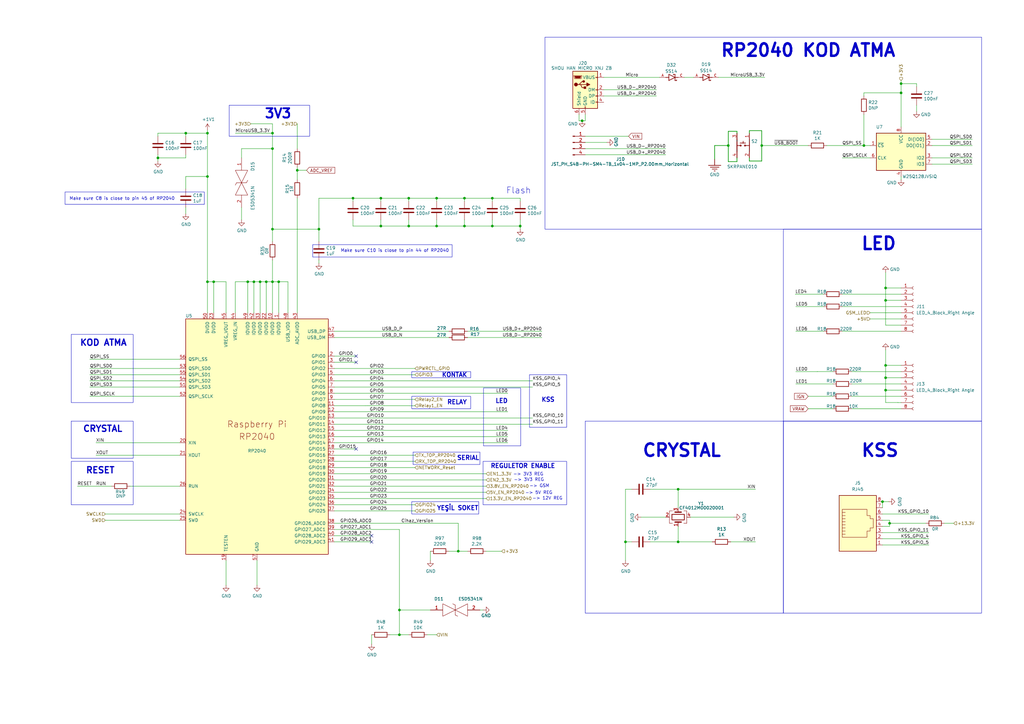
<source format=kicad_sch>
(kicad_sch (version 20231120) (generator "eeschema") (generator_version "8.0")
  (paper "A3")
  (junction (at 121.92 69.85))
  (junction (at 64.77 64.77))
  (junction (at 361.95 205.74))
  (junction (at 163.83 260.35))
  (junction (at 190.5 81.28))
  (junction (at 111.76 115.57))
  (junction (at 363.22 160.0113))
  (junction (at 85.09 115.57))
  (junction (at 190.5 92.71))
  (junction (at 163.83 250.19))
  (junction (at 85.09 72.39))
  (junction (at 363.22 154.9313))
  (junction (at 114.3 115.57))
  (junction (at 312.42 59.69))
  (junction (at 104.14 115.57))
  (junction (at 106.68 115.57))
  (junction (at 85.09 54.61))
  (junction (at 256.54 222.25))
  (junction (at 298.704 59.69))
  (junction (at 101.6 115.57))
  (junction (at 278.13 222.25))
  (junction (at 179.07 92.71))
  (junction (at 111.76 60.96))
  (junction (at 238.76 49.53))
  (junction (at 144.78 81.28))
  (junction (at 364.8539 214.63))
  (junction (at 187.96 226.06))
  (junction (at 167.64 81.28))
  (junction (at 354.33 59.69))
  (junction (at 76.2 54.61))
  (junction (at 111.76 54.61))
  (junction (at 109.22 115.57))
  (junction (at 201.93 92.71))
  (junction (at 363.22 149.86))
  (junction (at 201.93 81.28))
  (junction (at 179.07 81.28))
  (junction (at 87.63 115.57))
  (junction (at 156.21 81.28))
  (junction (at 167.64 92.71))
  (junction (at 278.13 200.66))
  (junction (at 369.57 38.1))
  (junction (at 369.57 34.29))
  (junction (at 111.76 93.98))
  (junction (at 213.36 92.71))
  (junction (at 156.21 92.71))
  (junction (at 363.22 118.11))
  (junction (at 130.81 93.98))
  (junction (at 363.22 123.19))
  (no_connect (at 152.4 222.25))
  (no_connect (at 146.05 184.15))
  (no_connect (at 146.05 146.05))
  (no_connect (at 152.4 219.71))
  (no_connect (at 146.05 148.59))
  (wire (pts (xy 36.83 147.32) (xy 73.66 147.32)))
  (wire (pts (xy 121.92 81.28) (xy 121.92 128.27)))
  (wire (pts (xy 39.37 181.61) (xy 73.66 181.61)))
  (wire (pts (xy 43.18 213.36) (xy 73.66 213.36)))
  (wire (pts (xy 201.93 92.71) (xy 213.36 92.71)))
  (wire (pts (xy 76.2 72.39) (xy 85.09 72.39)))
  (wire (pts (xy 137.16 171.45) (xy 218.44 171.45)))
  (wire (pts (xy 205.74 226.06) (xy 199.39 226.06)))
  (wire (pts (xy 201.93 81.28) (xy 213.36 81.28)))
  (wire (pts (xy 102.87 50.8) (xy 111.76 50.8)))
  (wire (pts (xy 111.76 115.57) (xy 114.3 115.57)))
  (wire (pts (xy 313.69 31.75) (xy 294.64 31.75)))
  (wire (pts (xy 190.5 81.28) (xy 201.93 81.28)))
  (wire (pts (xy 363.22 111.76) (xy 363.22 118.11)))
  (wire (pts (xy 111.76 50.8) (xy 111.76 54.61)))
  (wire (pts (xy 137.16 156.21) (xy 218.44 156.21)))
  (wire (pts (xy 137.16 194.31) (xy 199.39 194.31)))
  (wire (pts (xy 363.22 123.19) (xy 369.57 123.19)))
  (wire (pts (xy 190.5 92.71) (xy 179.07 92.71)))
  (wire (pts (xy 278.13 222.25) (xy 292.1 222.25)))
  (wire (pts (xy 201.93 82.55) (xy 201.93 81.28)))
  (wire (pts (xy 96.52 115.57) (xy 101.6 115.57)))
  (wire (pts (xy 137.16 196.85) (xy 199.39 196.85)))
  (wire (pts (xy 156.21 81.28) (xy 167.64 81.28)))
  (wire (pts (xy 64.77 63.5) (xy 64.77 64.77)))
  (wire (pts (xy 187.96 214.63) (xy 187.96 226.06)))
  (wire (pts (xy 368.3 165.1) (xy 369.57 165.1)))
  (wire (pts (xy 105.41 229.87) (xy 105.41 240.03)))
  (wire (pts (xy 361.95 205.74) (xy 361.95 208.28)))
  (wire (pts (xy 349.2599 152.3936) (xy 350.7234 152.3936)))
  (wire (pts (xy 266.7 200.66) (xy 278.13 200.66)))
  (wire (pts (xy 312.42 59.69) (xy 331.47 59.69)))
  (wire (pts (xy 130.81 81.28) (xy 130.81 93.98)))
  (wire (pts (xy 237.49 46.99) (xy 237.49 49.53)))
  (wire (pts (xy 356.87 128.27) (xy 369.57 128.27)))
  (wire (pts (xy 299.72 222.25) (xy 309.88 222.25)))
  (wire (pts (xy 331.47 162.56) (xy 341.63 162.56)))
  (wire (pts (xy 137.16 214.63) (xy 187.96 214.63)))
  (wire (pts (xy 104.14 115.57) (xy 106.68 115.57)))
  (wire (pts (xy 99.06 90.17) (xy 99.06 85.09)))
  (wire (pts (xy 167.64 81.28) (xy 179.07 81.28)))
  (wire (pts (xy 280.67 31.75) (xy 284.48 31.75)))
  (wire (pts (xy 307.34 53.594) (xy 307.34 54.61)) (stroke (width 0.254)))
  (wire (pts (xy 335.28 152.4) (xy 335.28 152.3936)))
  (wire (pts (xy 76.2 72.39) (xy 76.2 77.47)))
  (wire (pts (xy 259.08 200.66) (xy 256.54 200.66)))
  (wire (pts (xy 278.13 215.9) (xy 278.13 222.25)))
  (wire (pts (xy 36.83 162.56) (xy 73.66 162.56)))
  (wire (pts (xy 361.95 223.52) (xy 381 223.52)))
  (wire (pts (xy 300.99 212.09) (xy 283.21 212.09)))
  (wire (pts (xy 36.83 158.75) (xy 73.66 158.75)))
  (wire (pts (xy 213.36 90.17) (xy 213.36 92.71)))
  (wire (pts (xy 109.22 128.27) (xy 109.22 115.57)))
  (wire (pts (xy 137.16 201.93) (xy 199.39 201.93)))
  (wire (pts (xy 190.5 82.55) (xy 190.5 81.28)))
  (wire (pts (xy 326.39 125.73) (xy 337.82 125.73)))
  (wire (pts (xy 257.81 55.88) (xy 240.03 55.88)))
  (wire (pts (xy 156.21 92.71) (xy 144.78 92.71)))
  (wire (pts (xy 121.92 60.96) (xy 121.92 50.8)))
  (wire (pts (xy 363.22 133.35) (xy 369.57 133.35)))
  (wire (pts (xy 111.76 93.98) (xy 111.76 99.06)))
  (wire (pts (xy 121.92 69.85) (xy 125.73 69.85)))
  (wire (pts (xy 99.06 60.96) (xy 99.06 64.77)))
  (wire (pts (xy 121.92 69.85) (xy 121.92 68.58)))
  (wire (pts (xy 345.44 120.65) (xy 369.57 120.65)))
  (wire (pts (xy 176.53 229.87) (xy 176.53 226.06)))
  (wire (pts (xy 326.136 120.65) (xy 337.82 120.65)))
  (wire (pts (xy 76.2 55.88) (xy 76.2 54.61)))
  (wire (pts (xy 87.63 115.57) (xy 85.09 115.57)))
  (wire (pts (xy 156.21 90.17) (xy 156.21 92.71)))
  (wire (pts (xy 382.27 67.31) (xy 398.78 67.31)))
  (wire (pts (xy 213.36 92.71) (xy 213.36 93.98)))
  (wire (pts (xy 137.16 158.75) (xy 218.44 158.75)))
  (wire (pts (xy 144.78 81.28) (xy 156.21 81.28)))
  (wire (pts (xy 85.09 115.57) (xy 85.09 128.27)))
  (wire (pts (xy 350.7234 152.4) (xy 369.57 152.4)))
  (wire (pts (xy 137.16 204.47) (xy 199.39 204.47)))
  (wire (pts (xy 190.5 90.17) (xy 190.5 92.71)))
  (wire (pts (xy 118.11 128.27) (xy 118.11 115.57)))
  (wire (pts (xy 144.78 81.28) (xy 130.81 81.28)))
  (wire (pts (xy 179.07 82.55) (xy 179.07 81.28)))
  (wire (pts (xy 213.36 82.55) (xy 213.36 81.28)))
  (wire (pts (xy 363.22 118.11) (xy 369.57 118.11)))
  (wire (pts (xy 130.81 106.68) (xy 130.81 107.95)))
  (wire (pts (xy 312.42 59.69) (xy 312.42 66.04)) (stroke (width 0.254)))
  (wire (pts (xy 335.28 152.3936) (xy 341.6399 152.3936)))
  (wire (pts (xy 363.22 160.0113) (xy 369.57 160.0113)))
  (wire (pts (xy 87.63 128.27) (xy 87.63 115.57)))
  (wire (pts (xy 137.16 138.43) (xy 184.15 138.43)))
  (wire (pts (xy 238.76 49.53) (xy 240.03 49.53)))
  (wire (pts (xy 137.16 186.69) (xy 170.18 186.69)))
  (wire (pts (xy 259.08 222.25) (xy 256.54 222.25)))
  (wire (pts (xy 157.48 166.37) (xy 157.48 166.3628)))
  (wire (pts (xy 137.16 148.59) (xy 146.05 148.59)))
  (wire (pts (xy 369.57 154.9313) (xy 369.57 154.94)))
  (wire (pts (xy 111.76 106.68) (xy 111.76 115.57)))
  (wire (pts (xy 179.07 260.35) (xy 175.26 260.35)))
  (wire (pts (xy 137.16 146.05) (xy 146.05 146.05)))
  (wire (pts (xy 92.71 128.27) (xy 92.71 115.57)))
  (wire (pts (xy 111.76 93.98) (xy 130.81 93.98)))
  (wire (pts (xy 201.93 90.17) (xy 201.93 92.71)))
  (wire (pts (xy 256.54 222.25) (xy 256.54 229.87)))
  (wire (pts (xy 368.3 165.0913) (xy 368.3 165.1)))
  (wire (pts (xy 354.33 38.1) (xy 369.57 38.1)))
  (wire (pts (xy 312.42 53.594) (xy 307.34 53.594)) (stroke (width 0.254)))
  (wire (pts (xy 137.16 168.91) (xy 208.28 168.91)))
  (wire (pts (xy 354.33 46.99) (xy 354.33 59.69)))
  (wire (pts (xy 363.22 165.0913) (xy 368.3 165.0913)))
  (wire (pts (xy 96.52 54.61) (xy 111.76 54.61)))
  (wire (pts (xy 160.02 260.35) (xy 163.83 260.35)))
  (wire (pts (xy 262.89 212.09) (xy 273.05 212.09)))
  (wire (pts (xy 114.3 115.57) (xy 114.3 128.27)))
  (wire (pts (xy 339.09 59.69) (xy 354.33 59.69)))
  (wire (pts (xy 363.22 154.9313) (xy 363.22 160.0113)))
  (wire (pts (xy 39.37 186.69) (xy 73.66 186.69)))
  (wire (pts (xy 326.39 152.4) (xy 335.28 152.4)))
  (wire (pts (xy 114.3 115.57) (xy 118.11 115.57)))
  (wire (pts (xy 36.83 156.21) (xy 73.66 156.21)))
  (wire (pts (xy 331.47 167.64) (xy 341.63 167.64)))
  (wire (pts (xy 85.09 54.61) (xy 85.09 72.39)))
  (wire (pts (xy 363.22 154.9313) (xy 369.57 154.9313)))
  (wire (pts (xy 379.73 214.63) (xy 364.8539 214.63)))
  (wire (pts (xy 121.92 69.85) (xy 121.92 73.66)))
  (wire (pts (xy 187.96 226.06) (xy 191.77 226.06)))
  (wire (pts (xy 96.52 128.27) (xy 96.52 115.57)))
  (wire (pts (xy 85.09 53.34) (xy 85.09 54.61)))
  (wire (pts (xy 363.22 123.19) (xy 363.22 133.35)))
  (wire (pts (xy 198.12 250.19) (xy 196.85 250.19)))
  (wire (pts (xy 137.16 163.83) (xy 170.18 163.83)))
  (wire (pts (xy 64.77 64.77) (xy 64.77 66.04)))
  (wire (pts (xy 111.76 60.96) (xy 111.76 93.98)))
  (wire (pts (xy 364.8539 215.9) (xy 361.95 215.9)))
  (wire (pts (xy 240.03 58.42) (xy 248.92 58.42)))
  (wire (pts (xy 278.13 200.66) (xy 278.13 208.28)))
  (wire (pts (xy 92.71 229.87) (xy 92.71 240.03)))
  (wire (pts (xy 137.16 191.77) (xy 170.18 191.77)))
  (wire (pts (xy 349.25 162.56) (xy 369.57 162.56)))
  (wire (pts (xy 137.16 199.39) (xy 199.39 199.39)))
  (wire (pts (xy 137.16 207.01) (xy 170.18 207.01)))
  (wire (pts (xy 298.704 59.69) (xy 298.704 66.294)) (stroke (width 0.254)))
  (wire (pts (xy 163.83 250.19) (xy 163.83 260.35)))
  (wire (pts (xy 293.116 59.69) (xy 298.704 59.69)) (stroke (width 0.254)))
  (wire (pts (xy 184.15 226.06) (xy 187.96 226.06)))
  (wire (pts (xy 144.78 90.17) (xy 144.78 92.71)))
  (wire (pts (xy 156.21 82.55) (xy 156.21 81.28)))
  (wire (pts (xy 326.39 135.89) (xy 337.82 135.89)))
  (wire (pts (xy 152.4 264.16) (xy 152.4 260.35)))
  (wire (pts (xy 369.57 38.1) (xy 369.57 52.07)))
  (wire (pts (xy 364.8539 213.359) (xy 364.8539 214.63)))
  (wire (pts (xy 266.7 222.25) (xy 278.13 222.25)))
  (wire (pts (xy 137.16 179.07) (xy 208.28 179.07)))
  (wire (pts (xy 137.16 219.71) (xy 152.4 219.71)))
  (wire (pts (xy 361.95 213.359) (xy 361.95 213.36)))
  (wire (pts (xy 364.8539 214.63) (xy 364.8539 215.9)))
  (wire (pts (xy 137.16 189.23) (xy 170.18 189.23)))
  (wire (pts (xy 256.54 200.66) (xy 256.54 222.25)))
  (wire (pts (xy 201.93 92.71) (xy 190.5 92.71)))
  (wire (pts (xy 240.03 46.99) (xy 240.03 49.53)))
  (wire (pts (xy 53.34 199.39) (xy 73.66 199.39)))
  (wire (pts (xy 109.22 115.57) (xy 111.76 115.57)))
  (wire (pts (xy 76.2 54.61) (xy 85.09 54.61)))
  (wire (pts (xy 364.8539 213.359) (xy 361.95 213.359)))
  (wire (pts (xy 361.95 220.98) (xy 381 220.98)))
  (wire (pts (xy 354.33 39.37) (xy 354.33 38.1)))
  (wire (pts (xy 137.16 181.61) (xy 208.28 181.61)))
  (wire (pts (xy 382.27 59.69) (xy 398.78 59.69)))
  (wire (pts (xy 137.16 209.55) (xy 170.18 209.55)))
  (wire (pts (xy 312.42 53.594) (xy 312.42 59.69)) (stroke (width 0.254)))
  (wire (pts (xy 106.68 128.27) (xy 106.68 115.57)))
  (wire (pts (xy 363.22 118.11) (xy 363.22 123.19)))
  (wire (pts (xy 191.77 135.89) (xy 222.25 135.89)))
  (wire (pts (xy 375.92 43.18) (xy 375.92 45.72)))
  (wire (pts (xy 382.27 57.15) (xy 398.78 57.15)))
  (wire (pts (xy 36.83 153.67) (xy 73.66 153.67)))
  (wire (pts (xy 391.16 214.63) (xy 387.35 214.63)))
  (wire (pts (xy 298.704 59.69) (xy 298.704 53.848)) (stroke (width 0.254)))
  (wire (pts (xy 363.22 160.0113) (xy 363.22 165.0913)))
  (wire (pts (xy 302.26 53.848) (xy 302.26 54.61)) (stroke (width 0.254)))
  (wire (pts (xy 99.06 60.96) (xy 111.76 60.96)))
  (wire (pts (xy 144.78 82.55) (xy 144.78 81.28)))
  (wire (pts (xy 364.49 205.74) (xy 361.95 205.74)))
  (wire (pts (xy 326.39 157.48) (xy 341.7181 157.48)))
  (wire (pts (xy 149.86 166.37) (xy 157.48 166.3628)))
  (wire (pts (xy 137.16 173.99) (xy 218.44 173.99)))
  (wire (pts (xy 167.64 92.71) (xy 156.21 92.71)))
  (wire (pts (xy 64.77 54.61) (xy 76.2 54.61)))
  (wire (pts (xy 167.64 90.17) (xy 167.64 92.71)))
  (wire (pts (xy 356.87 130.81) (xy 369.57 130.81)))
  (wire (pts (xy 137.16 153.67) (xy 170.18 153.67)))
  (wire (pts (xy 64.77 64.77) (xy 76.2 64.77)))
  (wire (pts (xy 101.6 128.27) (xy 101.6 115.57)))
  (wire (pts (xy 369.57 160.0113) (xy 369.57 160.02)))
  (wire (pts (xy 104.14 128.27) (xy 104.14 115.57)))
  (wire (pts (xy 273.05 63.5) (xy 240.03 63.5)))
  (wire (pts (xy 43.18 210.82) (xy 73.66 210.82)))
  (wire (pts (xy 137.16 222.25) (xy 152.4 222.25)))
  (wire (pts (xy 31.75 199.39) (xy 45.72 199.39)))
  (wire (pts (xy 369.57 34.29) (xy 369.57 38.1)))
  (wire (pts (xy 92.71 115.57) (xy 87.63 115.57)))
  (wire (pts (xy 381 218.44) (xy 361.95 218.44)))
  (wire (pts (xy 293.116 65.278) (xy 293.116 59.69)) (stroke (width 0.254)))
  (wire (pts (xy 381 210.82) (xy 361.95 210.82)))
  (wire (pts (xy 179.07 92.71) (xy 167.64 92.71)))
  (wire (pts (xy 76.2 64.77) (xy 76.2 63.5)))
  (wire (pts (xy 345.44 125.73) (xy 369.57 125.73)))
  (wire (pts (xy 369.57 33.02) (xy 369.57 34.29)))
  (wire (pts (xy 345.44 64.77) (xy 356.87 64.77)))
  (wire (pts (xy 149.86 166.37) (xy 137.16 166.37)))
  (wire (pts (xy 163.83 217.17) (xy 137.16 217.17)))
  (wire (pts (xy 157.48 166.37) (xy 170.1618 166.37)))
  (wire (pts (xy 163.83 217.17) (xy 163.83 250.19)))
  (wire (pts (xy 354.33 59.69) (xy 356.87 59.69)))
  (wire (pts (xy 369.57 72.39) (xy 369.57 73.66)))
  (wire (pts (xy 375.92 35.56) (xy 375.92 34.29)))
  (wire (pts (xy 350.7234 152.3936) (xy 350.7234 152.4)))
  (wire (pts (xy 36.83 151.13) (xy 73.66 151.13)))
  (wire (pts (xy 237.49 49.53) (xy 238.76 49.53)))
  (wire (pts (xy 163.83 260.35) (xy 167.64 260.35)))
  (wire (pts (xy 76.2 85.09) (xy 76.2 87.63)))
  (wire (pts (xy 345.44 135.89) (xy 369.57 135.89)))
  (wire (pts (xy 363.22 143.51) (xy 363.22 149.86)))
  (wire (pts (xy 111.76 115.57) (xy 111.76 128.27)))
  (wire (pts (xy 278.13 200.66) (xy 309.88 200.66)))
  (wire (pts (xy 269.24 36.83) (xy 247.65 36.83)))
  (wire (pts (xy 382.27 64.77) (xy 398.78 64.77)))
  (wire (pts (xy 176.53 250.19) (xy 163.83 250.19)))
  (wire (pts (xy 312.42 66.04) (xy 307.34 66.04)) (stroke (width 0.254)))
  (wire (pts (xy 191.77 138.43) (xy 222.25 138.43)))
  (wire (pts (xy 307.34 66.04) (xy 307.34 64.77)) (stroke (width 0.254)))
  (wire (pts (xy 349.25 167.64) (xy 369.57 167.64)))
  (wire (pts (xy 179.07 81.28) (xy 190.5 81.28)))
  (wire (pts (xy 101.6 115.57) (xy 104.14 115.57)))
  (wire (pts (xy 106.68 115.57) (xy 109.22 115.57)))
  (wire (pts (xy 363.22 149.86) (xy 363.22 154.9313)))
  (wire (pts (xy 273.05 60.96) (xy 240.03 60.96)))
  (wire (pts (xy 375.92 34.29) (xy 369.57 34.29)))
  (wire (pts (xy 269.24 39.37) (xy 247.65 39.37)))
  (wire (pts (xy 167.64 82.55) (xy 167.64 81.28)))
  (wire (pts (xy 302.26 66.294) (xy 302.26 64.77)) (stroke (width 0.254)))
  (wire (pts (xy 363.22 149.86) (xy 369.57 149.86)))
  (wire (pts (xy 130.81 93.98) (xy 130.81 99.06)))
  (wire (pts (xy 137.16 135.89) (xy 184.15 135.89)))
  (wire (pts (xy 137.16 161.29) (xy 208.28 161.29)))
  (wire (pts (xy 111.76 54.61) (xy 111.76 60.96)))
  (wire (pts (xy 170.1618 166.37) (xy 170.1618 166.3628)))
  (wire (pts (xy 298.704 66.294) (xy 302.26 66.294)) (stroke (width 0.254)))
  (wire (pts (xy 349.3381 157.48) (xy 369.57 157.48)))
  (wire (pts (xy 137.16 184.15) (xy 146.05 184.15)))
  (wire (pts (xy 179.07 90.17) (xy 179.07 92.71)))
  (wire (pts (xy 64.77 55.88) (xy 64.77 54.61)))
  (wire (pts (xy 85.09 72.39) (xy 85.09 115.57)))
  (wire (pts (xy 298.704 53.848) (xy 302.26 53.848)) (stroke (width 0.254)))
  (wire (pts (xy 270.51 31.75) (xy 247.65 31.75)))
  (wire (pts (xy 137.16 176.53) (xy 208.28 176.53)))
  (wire (pts (xy 137.16 151.13) (xy 170.18 151.13)))
  (rectangle (start 128.27 100.33) (end 185.42 105.41))
  (rectangle (start 26.67 78.74) (end 83.82 83.82))
  (rectangle (start 29.21 189.23) (end 54.61 207.01))
  (rectangle (start 168.91 205.74) (end 196.342 210.82))
  (rectangle (start 217.17 153.67) (end 232.41 175.26))
  (rectangle (start 198.12 189.23) (end 232.41 207.01))
  (rectangle (start 240.03 172.72) (end 321.31 251.46))
  (rectangle (start 29.21 172.72) (end 54.61 187.96))
  (rectangle (start 321.31 93.98) (end 402.59 172.72))
  (rectangle (start 198.3109 159.1254) (end 213.5509 182.88))
  (rectangle (start 168.91 152.4) (end 193.04 154.94))
  (rectangle (start 93.98 43.18) (end 127 55.88))
  (rectangle (start 168.91 162.56) (end 193.04 167.64))
  (rectangle (start 223.52 15.24) (end 402.59 93.98))
  (rectangle (start 29.21 137.16) (end 54.61 165.1))
  (rectangle (start 169.418 185.42) (end 196.85 190.5))
  (rectangle (start 321.31 172.72) (end 402.59 251.46))
  (text "KONTAK" (at 186.436 153.924 0) (effects (font (size 1.778 1.778) (bold yes))))
  (text "KOD ATMA" (at 42.418 140.716 0) (effects (font (size 2.54 2.54) (bold yes))))
  (text "LED" (at 205.74 164.592 0) (effects (font (size 1.778 1.778) (bold yes))))
  (text "YEŞİL SOKET" (at 187.706 208.534 0) (effects (font (size 1.778 1.778) (bold yes))))
  (text "Make sure C8 is close to pin 45 of RP2040" (at 28.448 82.296 0) (effects (font (size 1.27 1.27)) (justify left bottom)))
  (text "-> 12V REG" (at 224.536 204.47 0) (effects (font (size 1.27 1.27))))
  (text "Make sure C10 is close to pin 44 of RP2040" (at 139.7 103.632 0) (effects (font (size 1.27 1.27)) (justify left bottom)))
  (text "CRYSTAL" (at 42.164 176.022 0) (effects (font (size 2.54 2.54) (bold yes))))
  (text "KSS" (at 224.79 164.084 0) (effects (font (size 1.778 1.778) (bold yes))))
  (text "KSS" (at 360.934 184.912 0) (effects (font (size 5.08 5.08) (bold yes))))
  (text "Flash" (at 207.518 79.756 0) (effects (font (size 2.54 2.54)) (justify left bottom)))
  (text "-> 3V3 REG" (at 216.916 196.85 0) (effects (font (size 1.27 1.27))))
  (text "RESET" (at 41.148 193.04 0) (effects (font (size 2.54 2.54) (bold yes))))
  (text "RELAY" (at 187.452 165.1 0) (effects (font (size 1.778 1.778) (bold yes))))
  (text "3V3" (at 114.046 46.736 0) (effects (font (size 3.81 3.81) (bold yes))))
  (text "RP2040 KOD ATMA" (at 331.47 20.828 0) (effects (font (size 5.08 5.08) (bold yes))))
  (text "REGULETOR ENABLE \n" (at 215.138 191.262 0) (effects (font (size 1.778 1.778) (bold yes))))
  (text "-> 3V3 REG" (at 216.662 194.564 0) (effects (font (size 1.27 1.27))))
  (text "CRYSTAL" (at 279.654 184.912 0) (effects (font (size 5.08 5.08) (bold yes))))
  (text "-> 5V REG" (at 220.98 202.184 0) (effects (font (size 1.27 1.27))))
  (text "-> GSM" (at 221.234 199.39 0) (effects (font (size 1.27 1.27))))
  (text "SERIAL" (at 192.024 187.96 0) (effects (font (size 1.778 1.778) (bold yes))))
  (text "LED" (at 360.426 100.076 0) (effects (font (size 5.08 5.08) (bold yes))))
  (label "MicroUSB_3.3V" (at 313.69 31.75 180))
  (label "USB_D_P" (at 165.1 135.89 180))
  (label "GPIO22" (at 158.75 201.93 180))
  (label "GPIO17" (at 158.75 189.23 180))
  (label "GPIO9" (at 157.48 168.91 180))
  (label "XIN" (at 309.88 200.66 180))
  (label "USB_D+_RP2040" (at 222.25 135.89 180))
  (label "GPIO5" (at 157.48 158.75 180))
  (label "KSS_GPIO_5" (at 381 223.52 180))
  (label "USB_D+_RP2040" (at 273.05 63.5 180))
  (label "GPIO15" (at 146.05 184.15 180))
  (label "USB_D-_RP2040" (at 269.24 36.83 180))
  (label "LED4" (at 208.28 176.53 180))
  (label "QSPI_SD0" (at 36.83 151.13 0))
  (label "KSS_GPIO_5" (at 218.44 158.75 0))
  (label "GPIO18" (at 158.75 191.77 180))
  (label "GPIO26_ADC0" (at 152.4 214.63 180))
  (label "GPIO24" (at 158.75 207.01 180))
  (label "QSPI_SD2" (at 36.83 156.21 0))
  (label "GPIO27_ADC1" (at 152.4 217.17 180))
  (label "QSPI_SCLK" (at 345.44 64.77 0))
  (label "LED6" (at 208.28 181.61 180))
  (label "GPIO7" (at 157.48 163.83 180))
  (label "GPIO14" (at 157.48 181.61 180))
  (label "GPIO3" (at 157.48 153.67 180))
  (label "LED0" (at 208.28 161.29 180))
  (label "GPIO0" (at 144.78 146.05 180))
  (label "LED1" (at 326.39 157.48 0))
  (label "MicroUSB_3.3V" (at 96.52 54.61 0))
  (label "QSPI_SD3" (at 398.78 67.31 180))
  (label "GPIO11" (at 157.48 173.99 180))
  (label "LED6" (at 326.39 135.89 0))
  (label "QSPI_SD0" (at 398.78 57.15 180))
  (label "KSS_GPIO_4" (at 381 220.98 180))
  (label "GPIO4" (at 157.48 156.21 180))
  (label "LED5" (at 208.28 179.07 180))
  (label "GPIO20" (at 158.75 196.85 180))
  (label "GPIO13" (at 157.48 179.07 180))
  (label "LED0" (at 326.39 152.4 0))
  (label "KSS_GPIO_10" (at 381 210.82 180))
  (label "GPIO12" (at 157.48 176.53 180))
  (label "GPIO6" (at 157.48 161.29 180))
  (label "LED5" (at 326.39 125.73 0))
  (label "Micro" (at 256.54 31.75 0))
  (label "USB_D+_RP2040" (at 269.24 39.37 180))
  (label "KSS_GPIO_11" (at 381 218.44 180))
  (label "GPIO29_ADC3" (at 152.4 222.25 180))
  (label "GPIO1" (at 144.78 148.59 180))
  (label "GPIO28_ADC2" (at 152.4 219.71 180))
  (label "Cihaz_Version" (at 177.8 214.63 180))
  (label "QSPI_SCLK" (at 36.83 162.56 0))
  (label "QSPI_SS" (at 36.83 147.32 0))
  (label "RESET" (at 31.75 199.39 0))
  (label "GPIO23" (at 158.75 204.47 180))
  (label "QSPI_SD3" (at 36.83 158.75 0))
  (label "LED1" (at 208.28 168.91 180))
  (label "KSS_GPIO_11" (at 218.44 173.99 0))
  (label "RUN" (at 39.37 199.39 0))
  (label "USB_D-_RP2040" (at 273.05 60.96 180))
  (label "USB_D_N" (at 165.1 138.43 180))
  (label "KSS_GPIO_10" (at 218.44 171.45 0))
  (label "GPIO19" (at 158.75 194.31 180))
  (label "KSS_GPIO_4" (at 218.44 156.21 0))
  (label "GPIO10" (at 157.48 171.45 180))
  (label "QSPI_SD1" (at 398.78 59.69 180))
  (label "QSPI_SD2" (at 398.78 64.77 180))
  (label "GPIO16" (at 158.75 186.69 180))
  (label "XOUT" (at 39.37 186.69 0))
  (label "QSPI_SD1" (at 36.83 153.67 0))
  (label "GPIO8" (at 157.48 166.37 180))
  (label "XOUT" (at 309.88 222.25 180))
  (label "~{USB_BOOT}" (at 317.5 59.69 0))
  (label "GPIO25" (at 158.75 209.55 180))
  (label "QSPI_SS" (at 345.44 59.69 0))
  (label "XIN" (at 39.37 181.61 0))
  (label "LED4" (at 326.136 120.65 0))
  (label "GPIO21" (at 158.75 199.39 180))
  (label "GPIO2" (at 157.48 151.13 180))
  (label "USB_D-_RP2040" (at 222.25 138.43 180))
  (global_label "ADC_VREF" (shape input) (at 125.73 69.85 0) (property "Intersheetrefs" "${INTERSHEET_REFS}" (effects (hide yes))))
  (global_label "VRAW" (shape input) (at 331.47 167.64 180) (property "Intersheetrefs" "${INTERSHEET_REFS}" (effects (hide yes))))
  (global_label "IGN" (shape input) (at 331.47 162.56 180) (property "Intersheetrefs" "${INTERSHEET_REFS}" (effects (hide yes))))
  (global_label "VIN" (shape input) (at 257.81 55.88 0) (property "Intersheetrefs" "${INTERSHEET_REFS}" (effects (hide yes))))
  (hierarchical_label "+3V3" (shape input) (at 102.87 50.8 180))
  (hierarchical_label "GPIO3" (shape input) (at 170.18 153.67 0))
  (hierarchical_label "NETWORK_Reset" (shape input) (at 170.18 191.77 0))
  (hierarchical_label "+3V3" (shape input) (at 121.92 50.8 180))
  (hierarchical_label "SWCLK" (shape input) (at 43.18 210.82 180))
  (hierarchical_label "EN2_3.3V" (shape input) (at 199.39 196.85 0))
  (hierarchical_label "+3V3" (shape input) (at 205.74 226.06 0))
  (hierarchical_label "Relay2_EN" (shape input) (at 170.18 163.83 0))
  (hierarchical_label "VIN" (shape input) (at 179.07 260.35 0))
  (hierarchical_label "GPIO25" (shape input) (at 170.18 209.55 0))
  (hierarchical_label "RX_TOP_RP2040" (shape input) (at 170.18 189.23 0))
  (hierarchical_label "5V_EN_RP2040" (shape input) (at 199.39 201.93 0))
  (hierarchical_label "13.3V_EN_RP2040" (shape input) (at 199.39 204.47 0))
  (hierarchical_label "3.8V_EN_RP2040" (shape input) (at 199.39 199.39 0))
  (hierarchical_label "+13.3V" (shape input) (at 391.16 214.63 0))
  (hierarchical_label "GPIO24" (shape input) (at 170.18 207.01 0))
  (hierarchical_label "TX_TOP_RP2040" (shape input) (at 170.18 186.69 0))
  (hierarchical_label "EN1_3.3V" (shape input) (at 199.39 194.31 0))
  (hierarchical_label "SWD" (shape input) (at 43.18 213.36 180))
  (hierarchical_label "PWRCTL_GPIO" (shape input) (at 170.18 151.13 0))
  (hierarchical_label "GSM_LED" (shape input) (at 356.87 128.27 180))
  (hierarchical_label "+5V" (shape input) (at 356.87 130.81 180))
  (hierarchical_label "+3V3" (shape input) (at 369.57 33.02 90))
  (hierarchical_label "Relay1_EN" (shape input) (at 170.1618 166.37 0))
  (symbol (lib_id "SS14:SS14") (at 289.56 31.75 0) (mirror x) (unit 1)
    (property "Reference" "D19" (at 289.56 26.416 0))
    (property "Value" "SS14" (at 289.56 28.956 0))
    (property "Footprint" "Footprint Library:SS14" (effects (hide yes)))
    (property "MPN" "SS14 SOD-123FL" (effects (hide yes)))
  )
  (symbol (lib_id "NINA-B411-altium-import:GND") (at 293.116 65.278 0) (unit 1)
    (property "Reference" "#PWR077" (effects (hide yes)))
    (property "Value" "GND" (at 293.116 71.628 0))
  )
  (symbol (lib_id "Connector:Conn_01x05_Male") (at 234.95 60.96 0) (unit 1)
    (property "Reference" "J10" (at 254.508 65.278 0))
    (property "Value" "JST_PH_S4B-PH-SM4-TB_1x04-1MP_P2.00mm_Horizontal" (at 254.254 67.31 0))
    (property "Footprint" "Connector_JST:JST_PH_S4B-PH-SM4-TB_1x04-1MP_P2.00mm_Horizontal" (effects (hide yes)))
  )
  (symbol (lib_id "Device:R") (at 295.91 222.25 270) (unit 1)
    (property "Reference" "R13" (at 295.91 216.9922 90))
    (property "Value" "1K" (at 295.91 219.3036 90))
    (property "Footprint" "Resistor_SMD:R_0603_1608Metric" (effects (hide yes)))
    (property "MPN" "0603WAF1001T5E" (effects (hide yes)))
  )
  (symbol (lib_id "Device:C") (at 262.89 222.25 270) (unit 1)
    (property "Reference" "C15" (at 265.684 218.4146 90) (effects (justify left)))
    (property "Value" "27pF" (at 265.684 220.726 90) (effects (justify left)))
    (property "Footprint" "Capacitor_SMD:C_0603_1608Metric" (effects (hide yes)))
    (property "MPN" "0603CG270J500NT" (effects (hide yes)))
  )
  (symbol (lib_id "Device:C") (at 262.89 200.66 270) (unit 1)
    (property "Reference" "C14" (at 264.922 196.5706 90) (effects (justify left)))
    (property "Value" "27pF" (at 264.922 198.882 90) (effects (justify left)))
    (property "Footprint" "Capacitor_SMD:C_0603_1608Metric" (effects (hide yes)))
    (property "MPN" "0603CG270J500NT" (effects (hide yes)))
  )
  (symbol (lib_id "Device:C") (at 201.93 86.36 0) (unit 1)
    (property "Reference" "C25" (at 204.851 85.1916 0) (effects (justify left)))
    (property "Value" "100nF" (at 204.851 87.503 0) (effects (justify left)))
    (property "Footprint" "Capacitor_SMD:C_0402_1005Metric" (effects (hide yes)))
    (property "MPN" "CC0402KRX7R7BB104" (effects (hide yes)))
  )
  (symbol (lib_id "Device:R") (at 345.5281 157.48 90) (unit 1)
    (property "Reference" "R18" (at 340.868 156.21 90))
    (property "Value" "220R" (at 351.028 156.21 90))
    (property "Footprint" "Resistor_SMD:R_0603_1608Metric" (effects (hide yes)))
    (property "MPN" "0603WAF2200T5E" (effects (hide yes)))
  )
  (symbol (lib_id "Device:R") (at 345.44 167.64 90) (unit 1)
    (property "Reference" "R18" (at 340.868 166.624 90))
    (property "Value" "10K" (at 350.0914 166.624 90))
    (property "Footprint" "Resistor_SMD:R_0603_1608Metric" (effects (hide yes)))
    (property "MPN" "0603WAF1002T5E" (effects (hide yes)))
  )
  (symbol (lib_id "power:GND") (at 256.54 229.87 0) (unit 1)
    (property "Reference" "#PWR0135" (effects (hide yes)))
    (property "Value" "GND" (at 256.667 234.2642 0))
  )
  (symbol (lib_id "Device:R") (at 180.34 226.06 270) (unit 1)
    (property "Reference" "R97" (at 180.34 220.8022 90))
    (property "Value" "220R" (at 180.34 223.1136 90))
    (property "Footprint" "Resistor_SMD:R_0603_1608Metric" (effects (hide yes)))
    (property "MPN" "0603WAF2200T5E" (effects (hide yes)))
  )
  (symbol (lib_id "Device:R") (at 187.96 135.89 270) (unit 1)
    (property "Reference" "R16" (at 194.564 134.874 90))
    (property "Value" "27R" (at 181.102 134.62 90))
    (property "Footprint" "Resistor_SMD:R_0603_1608Metric" (effects (hide yes)))
    (property "MPN" "0603WAF270JT5E" (effects (hide yes)))
  )
  (symbol (lib_id "SP0402B-ULC-01ETG:SP0402B-ULC-01ETG") (at 176.53 250.19 0) (unit 1)
    (property "Reference" "D11" (at 178.054 245.618 0) (effects (justify left)))
    (property "Value" "ESD5341N" (at 187.96 245.618 0) (effects (justify left)))
    (property "Footprint" "Footprint Library:ESD5341N" (effects (hide yes)))
    (property "Datasheet" "https://www.mouser.com/datasheet/2/240/Littelfuse_TVS_Diode_Array_Ultra_Low_Capacitance_D-1021420.pdf" (effects (hide yes)))
    (property "Description" "ESD Suppressors / TVS Diodes 5V .13pF 20kV" (effects (hide yes)))
    (property "Manufacturer_Name" "LITTELFUSE" (effects (hide yes)))
    (property "Manufacturer_Part_Number" "SP0402B-ULC-01ETG" (effects (hide yes)))
    (property "Mouser Part Number" "576-SP0402BULC-01ETG" (effects (hide yes)))
    (property "Mouser Price/Stock" "https://www.mouser.co.uk/ProductDetail/Littelfuse/SP0402B-ULC-01ETG?qs=lM4gFlnEeENx4cnTNlk34g%3D%3D" (effects (hide yes)))
    (property "Arrow Part Number" "SP0402B-ULC-01ETG" (effects (hide yes)))
    (property "Arrow Price/Stock" "https://www.arrow.com/en/products/sp0402b-ulc-01etg/littelfuse?region=nac" (effects (hide yes)))
    (property "MPN" "ESD5341N" (effects (hide yes)))
  )
  (symbol (lib_id "Device:R") (at 341.63 135.89 90) (unit 1)
    (property "Reference" "R18" (at 337.058 134.874 90))
    (property "Value" "220R" (at 346.964 134.874 90))
    (property "Footprint" "Resistor_SMD:R_0603_1608Metric" (effects (hide yes)))
    (property "MPN" "0603WAF2200T5E" (effects (hide yes)))
  )
  (symbol (lib_id "Device:C") (at 130.81 102.87 0) (unit 1)
    (property "Reference" "C19" (at 133.731 101.7016 0) (effects (justify left)))
    (property "Value" "1uF" (at 133.731 104.013 0) (effects (justify left)))
    (property "Footprint" "Capacitor_SMD:C_0603_1608Metric" (effects (hide yes)))
    (property "MPN" "CL10A105KB8NNNC" (effects (hide yes)))
  )
  (symbol (lib_id "Device:R") (at 195.58 226.06 270) (unit 1)
    (property "Reference" "R98" (at 195.58 220.8022 90))
    (property "Value" "2.2K" (at 195.58 223.1136 90))
    (property "Footprint" "Resistor_SMD:R_0603_1608Metric" (effects (hide yes)))
    (property "MPN" "0603WAF2201T5E" (effects (hide yes)))
  )
  (symbol (lib_id "power:GND") (at 105.41 240.03 0) (unit 1)
    (property "Reference" "#PWR0131" (effects (hide yes)))
    (property "Value" "GND" (at 105.537 244.4242 0))
  )
  (symbol (lib_id "power:GND") (at 363.22 111.76 180) (unit 1)
    (property "Reference" "#PWR0114" (effects (hide yes)))
    (property "Value" "GND" (at 367.03 110.49 0))
  )
  (symbol (lib_id "Device:R") (at 341.63 125.73 90) (unit 1)
    (property "Reference" "R18" (at 337.058 124.714 90))
    (property "Value" "220R" (at 346.964 124.714 90))
    (property "Footprint" "Resistor_SMD:R_0603_1608Metric" (effects (hide yes)))
    (property "MPN" "0603WAF2200T5E" (effects (hide yes)))
  )
  (symbol (lib_id "Device:R") (at 187.96 138.43 270) (unit 1)
    (property "Reference" "R17" (at 194.818 137.16 90))
    (property "Value" "27R" (at 181.102 137.414 90))
    (property "Footprint" "Resistor_SMD:R_0603_1608Metric" (effects (hide yes)))
    (property "MPN" "0603WAF270JT5E" (effects (hide yes)))
  )
  (symbol (lib_id "power:GND") (at 152.4 264.16 0) (unit 1)
    (property "Reference" "#PWR0174" (effects (hide yes)))
    (property "Value" "GND" (at 152.527 268.5542 0))
  )
  (symbol (lib_id "NINA-B411-altium-import:root_3_SKRPACE010") (at 304.8 59.69 0) (unit 1)
    (property "Reference" "S2" (at 308.102 58.674 0) (effects (justify left bottom)))
    (property "Value" "SKRPANE010" (at 298.196 69.088 0) (effects (justify left bottom)))
    (property "Footprint" "Footprint Library:SKRPANE010" (effects (hide yes)))
    (property "MF" "ALPS" (effects (hide yes)))
    (property "SNAPEDA_LINK" "https://www.snapeda.com/parts/SKRPACE010/ALPS/view-part/376136/?ref=snap" (effects (hide yes)))
    (property "PACKAGE" "None" (effects (hide yes)))
    (property "PRICE" "None" (effects (hide yes)))
    (property "MP" "SKRPACE010" (effects (hide yes)))
    (property "AVAILABILITY" "Good" (effects (hide yes)))
    (property "ALTIUM_VALUE" "*" (effects (hide yes)))
    (property "CHECK_PRICES" "https://www.snapeda.com/parts/SKRPACE010/ALPS/view-part/376136/?ref=eda" (effects (hide yes)))
  )
  (symbol (lib_id "power:GND") (at 64.77 66.04 0) (unit 1)
    (property "Reference" "#PWR0128" (effects (hide yes)))
    (property "Value" "GND" (at 64.897 70.4342 0))
  )
  (symbol (lib_id "Device:C") (at 190.5 86.36 0) (unit 1)
    (property "Reference" "C24" (at 193.421 85.1916 0) (effects (justify left)))
    (property "Value" "100nF" (at 193.421 87.503 0) (effects (justify left)))
    (property "Footprint" "Capacitor_SMD:C_0402_1005Metric" (effects (hide yes)))
    (property "MPN" "CC0402KRX7R7BB104" (effects (hide yes)))
  )
  (symbol (lib_id "Device:C") (at 144.78 86.36 0) (unit 1)
    (property "Reference" "C20" (at 147.701 85.1916 0) (effects (justify left)))
    (property "Value" "100nF" (at 147.701 87.503 0) (effects (justify left)))
    (property "Footprint" "Capacitor_SMD:C_0402_1005Metric" (effects (hide yes)))
    (property "MPN" "CC0402KRX7R7BB104" (effects (hide yes)))
  )
  (symbol (lib_id "Memory_Flash:W25Q128JVS") (at 369.57 62.23 0) (unit 1)
    (property "Reference" "U7" (at 360.68 52.07 0))
    (property "Value" "W25Q128JVSIQ" (at 377.19 72.39 0))
    (property "Footprint" "Package_SO:SOIC-8_5.23x5.23mm_P1.27mm" (effects (hide yes)))
    (property "Datasheet" "http://www.winbond.com/resource-files/w25q128jv_dtr%20revc%2003272018%20plus.pdf" (effects (hide yes)))
    (property "MPN" "W25Q128JVSIQ" (effects (hide yes)))
  )
  (symbol (lib_id "SS14:SS14") (at 275.59 31.75 0) (mirror x) (unit 1)
    (property "Reference" "D32" (at 275.336 26.67 0))
    (property "Value" "SS14" (at 275.336 29.21 0))
    (property "Footprint" "Footprint Library:SS14" (effects (hide yes)))
    (property "MPN" "SS14 SOD-123FL" (effects (hide yes)))
  )
  (symbol (lib_id "Device:C") (at 156.21 86.36 0) (unit 1)
    (property "Reference" "C21" (at 159.131 85.1916 0) (effects (justify left)))
    (property "Value" "100nF" (at 159.131 87.503 0) (effects (justify left)))
    (property "Footprint" "Capacitor_SMD:C_0402_1005Metric" (effects (hide yes)))
    (property "MPN" "CC0402KRX7R7BB104" (effects (hide yes)))
  )
  (symbol (lib_id "Device:R") (at 156.21 260.35 270) (unit 1)
    (property "Reference" "R48" (at 156.21 255.0922 90))
    (property "Value" "1K" (at 156.21 257.4036 90))
    (property "Footprint" "Resistor_SMD:R_0603_1608Metric" (effects (hide yes)))
    (property "MPN" "0603WAF1001T5E" (effects (hide yes)))
  )
  (symbol (lib_id "power:GND") (at 262.89 212.09 270) (unit 1)
    (property "Reference" "#PWR0133" (effects (hide yes)))
    (property "Value" "GND" (at 259.334 212.344 0))
  )
  (symbol (lib_id "Device:R") (at 354.33 43.18 0) (unit 1)
    (property "Reference" "R22" (at 356.108 42.0116 0) (effects (justify left)))
    (property "Value" "DNP" (at 356.108 44.323 0) (effects (justify left)))
    (property "Footprint" "Resistor_SMD:R_0603_1608Metric" (effects (hide yes)))
  )
  (symbol (lib_id "power:GND") (at 364.49 205.74 90) (unit 1)
    (property "Reference" "#PWR0114" (effects (hide yes)))
    (property "Value" "GND" (at 369.062 205.74 0))
  )
  (symbol (lib_id "Device:R") (at 49.53 199.39 270) (unit 1)
    (property "Reference" "R49" (at 49.276 201.676 90))
    (property "Value" "DNP" (at 49.53 203.454 90))
    (property "Footprint" "Resistor_SMD:R_0603_1608Metric" (effects (hide yes)))
  )
  (symbol (lib_id "Device:R") (at 171.45 260.35 270) (unit 1)
    (property "Reference" "R49" (at 171.45 255.0922 90))
    (property "Value" "10K" (at 171.45 257.4036 90))
    (property "Footprint" "Resistor_SMD:R_0603_1608Metric" (effects (hide yes)))
    (property "MPN" "0603WAF1002T5E" (effects (hide yes)))
  )
  (symbol (lib_id "Device:R") (at 383.54 214.63 90) (unit 1)
    (property "Reference" "R84" (at 383.286 212.344 90))
    (property "Value" "0R" (at 383.54 216.916 90))
    (property "Footprint" "Resistor_SMD:R_0603_1608Metric" (effects (hide yes)))
    (property "MPN" "0603WAF0000T5E" (effects (hide yes)))
  )
  (symbol (lib_id "SP0402B-ULC-01ETG:SP0402B-ULC-01ETG") (at 99.06 64.77 270) (unit 1)
    (property "Reference" "D15" (at 103.632 66.294 0) (effects (justify left)))
    (property "Value" "ESD5341N" (at 103.632 76.2 0) (effects (justify left)))
    (property "Footprint" "Footprint Library:ESD5341N" (effects (hide yes)))
    (property "Datasheet" "https://www.mouser.com/datasheet/2/240/Littelfuse_TVS_Diode_Array_Ultra_Low_Capacitance_D-1021420.pdf" (effects (hide yes)))
    (property "Description" "ESD Suppressors / TVS Diodes 5V .13pF 20kV" (effects (hide yes)))
    (property "Manufacturer_Name" "LITTELFUSE" (effects (hide yes)))
    (property "Manufacturer_Part_Number" "SP0402B-ULC-01ETG" (effects (hide yes)))
    (property "Mouser Part Number" "576-SP0402BULC-01ETG" (effects (hide yes)))
    (property "Mouser Price/Stock" "https://www.mouser.co.uk/ProductDetail/Littelfuse/SP0402B-ULC-01ETG?qs=lM4gFlnEeENx4cnTNlk34g%3D%3D" (effects (hide yes)))
    (property "Arrow Part Number" "SP0402B-ULC-01ETG" (effects (hide yes)))
    (property "Arrow Price/Stock" "https://www.arrow.com/en/products/sp0402b-ulc-01etg/littelfuse?region=nac" (effects (hide yes)))
    (property "MPN" "ESD5341N" (effects (hide yes)))
  )
  (symbol (lib_id "Connector:RJ45") (at 351.79 215.9 0) (unit 1)
    (property "Reference" "J5" (at 351.79 198.12 0))
    (property "Value" "RJ45" (at 351.79 200.66 0))
    (property "Footprint" "Connector_RJ:RJ45_Amphenol_54602-x08_Horizontal" (effects (hide yes)))
    (property "MPN" "黑色 RJ45 8P" (effects (hide yes)))
  )
  (symbol (lib_id "Device:R") (at 121.92 64.77 0) (unit 1)
    (property "Reference" "R14" (at 116.6622 64.77 90))
    (property "Value" "200R" (at 118.9736 64.77 90))
    (property "Footprint" "Resistor_SMD:R_0603_1608Metric" (effects (hide yes)))
    (property "MPN" "0603WAF2000T5E" (effects (hide yes)))
  )
  (symbol (lib_id "Device:C") (at 213.36 86.36 0) (unit 1)
    (property "Reference" "C26" (at 216.281 85.1916 0) (effects (justify left)))
    (property "Value" "100nF" (at 216.281 87.503 0) (effects (justify left)))
    (property "Footprint" "Capacitor_SMD:C_0402_1005Metric" (effects (hide yes)))
    (property "MPN" "CC0402KRX7R7BB104" (effects (hide yes)))
  )
  (symbol (lib_id "Device:C") (at 76.2 59.69 0) (unit 1)
    (property "Reference" "C17" (at 79.121 58.5216 0) (effects (justify left)))
    (property "Value" "100nF" (at 79.121 60.833 0) (effects (justify left)))
    (property "Footprint" "Capacitor_SMD:C_0402_1005Metric" (effects (hide yes)))
    (property "MPN" "CC0402KRX7R7BB104" (effects (hide yes)))
  )
  (symbol (lib_id "MCU_RaspberryPi_RP2040:RP2040") (at 105.41 179.07 0) (unit 1)
    (property "Reference" "U5" (at 77.47 129.54 0))
    (property "Value" "RP2040" (at 105.41 184.912 0))
    (property "Footprint" "RP2040_minimal:RP2040-QFN-56" (effects (hide yes)))
    (property "MPN" "RP2040" (effects (hide yes)))
  )
  (symbol (lib_id "power:GND") (at 369.57 73.66 0) (unit 1)
    (property "Reference" "#PWR0151" (effects (hide yes)))
    (property "Value" "GND" (at 365.76 74.93 0))
  )
  (symbol (lib_id "Connector:USB_OTG") (at 240.03 36.83 0) (unit 1)
    (property "Reference" "J20" (at 237.236 25.908 0) (effects (justify left)))
    (property "Value" "SHOU HAN MICRO XNJ ZB" (at 226.06 27.94 0) (effects (justify left)))
    (property "Footprint" "Footprint Library:Micro-B SMD" (effects (hide yes)))
    (property "Datasheet" " ~" (effects (hide yes)))
    (property "Description" "USB mini/micro connector" (effects (hide yes)))
    (property "MPN" "SHOU HAN MICRO XNJ ZB" (effects (hide yes)))
  )
  (symbol (lib_id "Device:C") (at 76.2 81.28 0) (unit 1)
    (property "Reference" "C18" (at 79.121 80.1116 0) (effects (justify left)))
    (property "Value" "1uF" (at 79.121 82.423 0) (effects (justify left)))
    (property "Footprint" "Capacitor_SMD:C_0603_1608Metric" (effects (hide yes)))
    (property "MPN" "CL10A105KB8NNNC" (effects (hide yes)))
  )
  (symbol (lib_id "Device:C") (at 167.64 86.36 0) (unit 1)
    (property "Reference" "C22" (at 170.561 85.1916 0) (effects (justify left)))
    (property "Value" "100nF" (at 170.561 87.503 0) (effects (justify left)))
    (property "Footprint" "Capacitor_SMD:C_0402_1005Metric" (effects (hide yes)))
    (property "MPN" "CC0402KRX7R7BB104" (effects (hide yes)))
  )
  (symbol (lib_id "power:GND") (at 300.99 212.09 90) (unit 1)
    (property "Reference" "#PWR0134" (effects (hide yes)))
    (property "Value" "GND" (at 305.308 212.344 0))
  )
  (symbol (lib_id "Connector:Conn_01x08_Socket") (at 374.65 125.73 0) (unit 1)
    (property "Reference" "J11" (at 375.8053 125.7299 0) (effects (justify left)))
    (property "Value" "LED_4_Block_Right Angle" (at 375.8053 128.2699 0) (effects (justify left)))
    (property "Footprint" "LED_4:LED_4_Block" (effects (hide yes)))
    (property "Description" "Generic connector, single row, 01x08, script generated" (effects (hide yes)))
    (property "MPN" "3mm四孔灯座带灯" (effects (hide yes)))
  )
  (symbol (lib_id "Device:R") (at 345.4499 152.3936 90) (unit 1)
    (property "Reference" "R18" (at 340.868 151.384 90))
    (property "Value" "220R" (at 350.774 151.384 90))
    (property "Footprint" "Resistor_SMD:R_0603_1608Metric" (effects (hide yes)))
    (property "MPN" "0603WAF2200T5E" (effects (hide yes)))
  )
  (symbol (lib_id "Device:R") (at 121.92 77.47 0) (unit 1)
    (property "Reference" "R15" (at 117.856 77.47 90))
    (property "Value" "1R" (at 119.634 77.47 90))
    (property "Footprint" "Resistor_SMD:R_0603_1608Metric" (effects (hide yes)))
    (property "MPN" "0603WAF100KT5E" (effects (hide yes)))
  )
  (symbol (lib_id "power:GND") (at 363.22 143.51 180) (unit 1)
    (property "Reference" "#PWR0114" (effects (hide yes)))
    (property "Value" "GND" (at 367.03 142.24 0))
  )
  (symbol (lib_id "Device:R") (at 345.44 162.56 90) (unit 1)
    (property "Reference" "R18" (at 340.868 161.544 90))
    (property "Value" "10K" (at 350.266 161.544 90))
    (property "Footprint" "Resistor_SMD:R_0603_1608Metric" (effects (hide yes)))
    (property "MPN" "0603WAF1002T5E" (effects (hide yes)))
  )
  (symbol (lib_id "Device:C") (at 375.92 39.37 0) (unit 1)
    (property "Reference" "C27" (at 378.841 38.2016 0) (effects (justify left)))
    (property "Value" "100nF" (at 378.841 40.513 0) (effects (justify left)))
    (property "Footprint" "Capacitor_SMD:C_0402_1005Metric" (effects (hide yes)))
    (property "MPN" "CC0402KRX7R7BB104" (effects (hide yes)))
  )
  (symbol (lib_id "Device:R") (at 341.63 120.65 90) (unit 1)
    (property "Reference" "R18" (at 337.058 119.634 90))
    (property "Value" "220R" (at 346.964 119.634 90))
    (property "Footprint" "Resistor_SMD:R_0603_1608Metric" (effects (hide yes)))
    (property "MPN" "0603WAF2200T5E" (effects (hide yes)))
  )
  (symbol (lib_id "power:GND") (at 238.76 49.53 0) (unit 1)
    (property "Reference" "#PWR0128" (effects (hide yes)))
    (property "Value" "GND" (at 234.95 50.8 0))
  )
  (symbol (lib_id "power:GND") (at 130.81 107.95 0) (unit 1)
    (property "Reference" "#PWR0127" (effects (hide yes)))
    (property "Value" "GND" (at 130.937 112.3442 0))
  )
  (symbol (lib_id "Device:R") (at 335.28 59.69 270) (unit 1)
    (property "Reference" "R21" (at 335.28 54.4322 90))
    (property "Value" "1K" (at 335.28 56.7436 90))
    (property "Footprint" "Resistor_SMD:R_0603_1608Metric" (effects (hide yes)))
    (property "MPN" "0603WAF1001T5E" (effects (hide yes)))
  )
  (symbol (lib_id "power:GND") (at 198.12 250.19 90) (unit 1)
    (property "Reference" "#PWR0175" (effects (hide yes)))
    (property "Value" "GND" (at 199.39 252.476 90))
  )
  (symbol (lib_id "power:GND") (at 176.53 229.87 0) (unit 1)
    (property "Reference" "#PWR0133" (effects (hide yes)))
    (property "Value" "GND" (at 176.657 234.2642 0))
  )
  (symbol (lib_id "Device:Crystal_GND24") (at 278.13 212.09 90) (unit 1)
    (property "Reference" "Y1" (at 287.528 206.502 90))
    (property "Value" "CF4012M00020001" (at 287.782 208.28 90))
    (property "Footprint" "Crystal:Crystal_SMD_3225-4Pin_3.2x2.5mm" (effects (hide yes)))
    (property "MPN" "CF4012M00020001" (effects (hide yes)))
  )
  (symbol (lib_id "power:GND") (at 213.36 93.98 0) (unit 1)
    (property "Reference" "#PWR0138" (effects (hide yes)))
    (property "Value" "GND" (at 213.487 98.3742 0))
  )
  (symbol (lib_id "power:+1V1") (at 85.09 53.34 0) (unit 1)
    (property "Reference" "#PWR0130" (effects (hide yes)))
    (property "Value" "+1V1" (at 85.471 48.9458 0))
  )
  (symbol (lib_id "Device:R") (at 111.76 102.87 0) (unit 1)
    (property "Reference" "R35" (at 107.696 102.87 90))
    (property "Value" "0R" (at 109.474 102.87 90))
    (property "Footprint" "Resistor_SMD:R_0603_1608Metric" (effects (hide yes)))
    (property "MPN" "0603WAF100KT5E" (effects (hide yes)))
  )
  (symbol (lib_id "power:GND") (at 248.92 58.42 90) (unit 1)
    (property "Reference" "#PWR0129" (effects (hide yes)))
    (property "Value" "GND" (at 252.73 58.166 0))
  )
  (symbol (lib_id "Connector:Conn_01x08_Socket") (at 374.65 157.48 0) (unit 1)
    (property "Reference" "J13" (at 375.7451 157.4799 0) (effects (justify left)))
    (property "Value" "LED_4_Block_Right Angle" (at 375.7451 160.0199 0) (effects (justify left)))
    (property "Footprint" "LED_4:LED_4_Block" (effects (hide yes)))
    (property "Description" "Generic connector, single row, 01x08, script generated" (effects (hide yes)))
    (property "MPN" "3mm四孔灯座带灯" (effects (hide yes)))
  )
  (symbol (lib_id "Device:C") (at 179.07 86.36 0) (unit 1)
    (property "Reference" "C23" (at 181.991 85.1916 0) (effects (justify left)))
    (property "Value" "100nF" (at 181.991 87.503 0) (effects (justify left)))
    (property "Footprint" "Capacitor_SMD:C_0402_1005Metric" (effects (hide yes)))
    (property "MPN" "CC0402KRX7R7BB104" (effects (hide yes)))
  )
  (symbol (lib_id "power:GND") (at 92.71 240.03 0) (unit 1)
    (property "Reference" "#PWR0132" (effects (hide yes)))
    (property "Value" "GND" (at 92.837 244.4242 0))
  )
  (symbol (lib_id "power:GND") (at 76.2 87.63 0) (unit 1)
    (property "Reference" "#PWR0129" (effects (hide yes)))
    (property "Value" "GND" (at 76.327 92.0242 0))
  )
  (symbol (lib_id "power:GND") (at 99.06 90.17 0) (unit 1)
    (property "Reference" "#PWR089" (effects (hide yes)))
    (property "Value" "GND" (at 99.187 94.5642 0))
  )
  (symbol (lib_id "Device:C") (at 64.77 59.69 0) (unit 1)
    (property "Reference" "C16" (at 67.691 58.5216 0) (effects (justify left)))
    (property "Value" "100nF" (at 67.691 60.833 0) (effects (justify left)))
    (property "Footprint" "Capacitor_SMD:C_0402_1005Metric" (effects (hide yes)))
    (property "MPN" "CC0402KRX7R7BB104" (effects (hide yes)))
  )
  (symbol (lib_id "power:GND") (at 375.92 45.72 0) (unit 1)
    (property "Reference" "#PWR0145" (effects (hide yes)))
    (property "Value" "GND" (at 379.73 46.99 0))
  )
)
</source>
